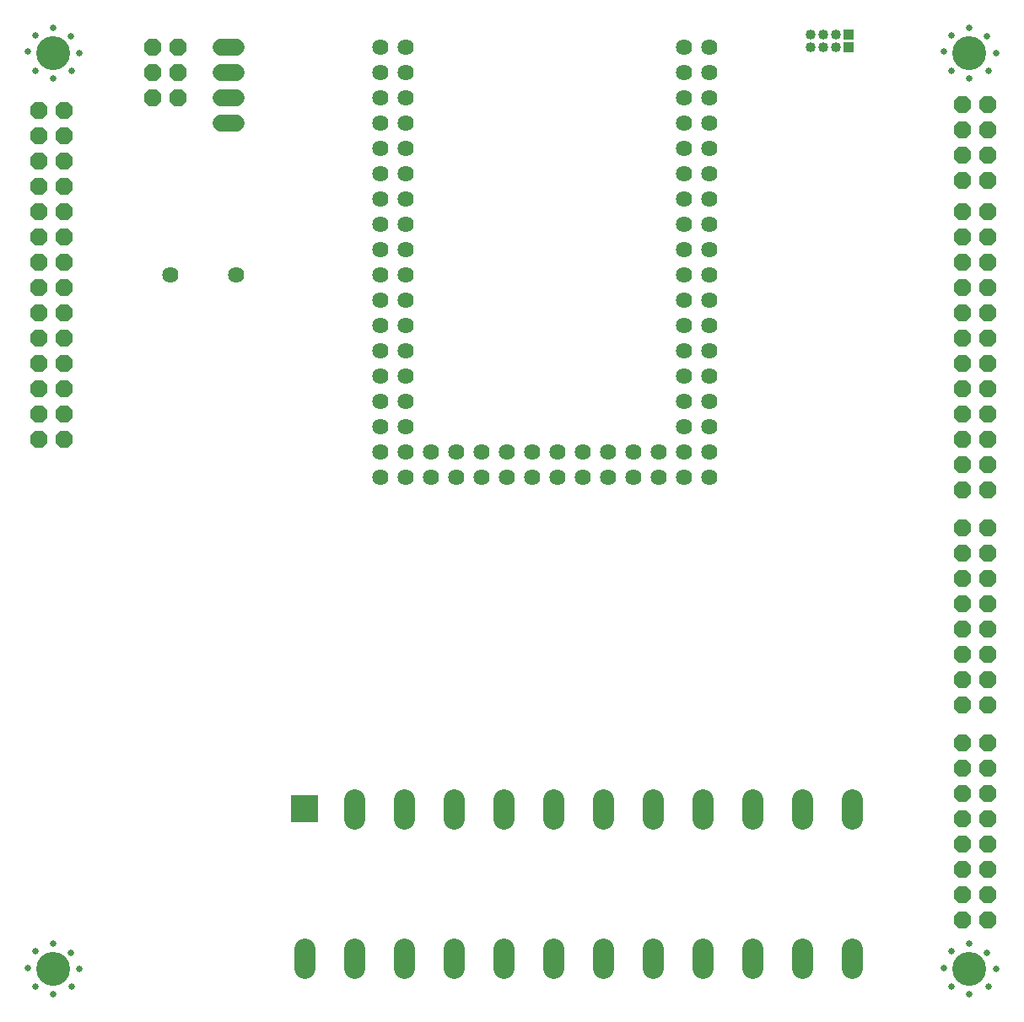
<source format=gbs>
G75*
%MOIN*%
%OFA0B0*%
%FSLAX25Y25*%
%IPPOS*%
%LPD*%
%AMOC8*
5,1,8,0,0,1.08239X$1,22.5*
%
%ADD10C,0.06400*%
%ADD11C,0.04000*%
%ADD12R,0.04000X0.04000*%
%ADD13R,0.10800X0.10800*%
%ADD14C,0.08400*%
%ADD15OC8,0.06800*%
%ADD16C,0.06800*%
%ADD17C,0.13398*%
%ADD18C,0.02600*%
D10*
X0146800Y0211800D03*
X0146800Y0221800D03*
X0146800Y0231800D03*
X0146800Y0241800D03*
X0146800Y0251800D03*
X0146800Y0261800D03*
X0146800Y0271800D03*
X0146800Y0281800D03*
X0146800Y0291800D03*
X0146800Y0301800D03*
X0146800Y0311800D03*
X0146800Y0321800D03*
X0146800Y0331800D03*
X0146800Y0341800D03*
X0146800Y0351800D03*
X0146800Y0361800D03*
X0146800Y0371800D03*
X0146800Y0381800D03*
X0156800Y0381800D03*
X0156800Y0371800D03*
X0156800Y0361800D03*
X0156800Y0351800D03*
X0156800Y0341800D03*
X0156800Y0331800D03*
X0156800Y0321800D03*
X0156800Y0311800D03*
X0156800Y0301800D03*
X0156800Y0291800D03*
X0156800Y0281800D03*
X0156800Y0271800D03*
X0156800Y0261800D03*
X0156800Y0251800D03*
X0156800Y0241800D03*
X0156800Y0231800D03*
X0156800Y0221800D03*
X0156800Y0211800D03*
X0166800Y0211800D03*
X0166800Y0221800D03*
X0176800Y0221800D03*
X0176800Y0211800D03*
X0186800Y0211800D03*
X0186800Y0221800D03*
X0196800Y0221800D03*
X0196800Y0211800D03*
X0206800Y0211800D03*
X0206800Y0221800D03*
X0216800Y0221800D03*
X0216800Y0211800D03*
X0226800Y0211800D03*
X0226800Y0221800D03*
X0236800Y0221800D03*
X0236800Y0211800D03*
X0246800Y0211800D03*
X0246800Y0221800D03*
X0256800Y0221800D03*
X0256800Y0211800D03*
X0266800Y0211800D03*
X0266800Y0221800D03*
X0276800Y0221800D03*
X0276800Y0211800D03*
X0276800Y0231800D03*
X0276800Y0241800D03*
X0266800Y0241800D03*
X0266800Y0231800D03*
X0266800Y0251800D03*
X0266800Y0261800D03*
X0276800Y0261800D03*
X0276800Y0251800D03*
X0276800Y0271800D03*
X0276800Y0281800D03*
X0266800Y0281800D03*
X0266800Y0271800D03*
X0266800Y0291800D03*
X0266800Y0301800D03*
X0276800Y0301800D03*
X0276800Y0291800D03*
X0276800Y0311800D03*
X0276800Y0321800D03*
X0266800Y0321800D03*
X0266800Y0311800D03*
X0266800Y0331800D03*
X0276800Y0331800D03*
X0276800Y0341800D03*
X0276800Y0351800D03*
X0266800Y0351800D03*
X0266800Y0341800D03*
X0266800Y0361800D03*
X0266800Y0371800D03*
X0276800Y0371800D03*
X0276800Y0361800D03*
X0276800Y0381800D03*
X0266800Y0381800D03*
X0089792Y0291800D03*
X0063808Y0291800D03*
D11*
X0316800Y0381800D03*
X0316800Y0386800D03*
X0321800Y0386800D03*
X0321800Y0381800D03*
X0326800Y0381800D03*
X0326800Y0386800D03*
D12*
X0331800Y0386800D03*
X0331800Y0381800D03*
D13*
X0116800Y0080855D03*
D14*
X0136485Y0077055D02*
X0136485Y0084655D01*
X0156170Y0084655D02*
X0156170Y0077055D01*
X0175855Y0077055D02*
X0175855Y0084655D01*
X0195540Y0084655D02*
X0195540Y0077055D01*
X0215225Y0077055D02*
X0215225Y0084655D01*
X0234910Y0084655D02*
X0234910Y0077055D01*
X0254595Y0077055D02*
X0254595Y0084655D01*
X0274280Y0084655D02*
X0274280Y0077055D01*
X0293965Y0077055D02*
X0293965Y0084655D01*
X0313650Y0084655D02*
X0313650Y0077055D01*
X0333335Y0077055D02*
X0333335Y0084655D01*
X0333335Y0025600D02*
X0333335Y0018000D01*
X0313650Y0018000D02*
X0313650Y0025600D01*
X0293965Y0025600D02*
X0293965Y0018000D01*
X0274280Y0018000D02*
X0274280Y0025600D01*
X0254595Y0025600D02*
X0254595Y0018000D01*
X0234910Y0018000D02*
X0234910Y0025600D01*
X0215225Y0025600D02*
X0215225Y0018000D01*
X0195540Y0018000D02*
X0195540Y0025600D01*
X0175855Y0025600D02*
X0175855Y0018000D01*
X0156170Y0018000D02*
X0156170Y0025600D01*
X0136485Y0025600D02*
X0136485Y0018000D01*
X0116800Y0018000D02*
X0116800Y0025600D01*
D15*
X0021800Y0226800D03*
X0021800Y0236800D03*
X0021800Y0246800D03*
X0021800Y0256800D03*
X0021800Y0266800D03*
X0021800Y0276800D03*
X0021800Y0286800D03*
X0021800Y0296800D03*
X0021800Y0306800D03*
X0021800Y0316800D03*
X0021800Y0326800D03*
X0021800Y0336800D03*
X0021800Y0346800D03*
X0021800Y0356800D03*
X0011800Y0356800D03*
X0011800Y0346800D03*
X0011800Y0336800D03*
X0011800Y0326800D03*
X0011800Y0316800D03*
X0011800Y0306800D03*
X0011800Y0296800D03*
X0011800Y0286800D03*
X0011800Y0276800D03*
X0011800Y0266800D03*
X0011800Y0256800D03*
X0011800Y0246800D03*
X0011800Y0236800D03*
X0011800Y0226800D03*
X0056800Y0361800D03*
X0056800Y0371800D03*
X0066800Y0371800D03*
X0066800Y0361800D03*
X0066800Y0381800D03*
X0056800Y0381800D03*
X0376800Y0359300D03*
X0376800Y0349300D03*
X0376800Y0339300D03*
X0376800Y0329300D03*
X0386800Y0329300D03*
X0386800Y0339300D03*
X0386800Y0349300D03*
X0386800Y0359300D03*
X0386800Y0316800D03*
X0386800Y0306800D03*
X0386800Y0296800D03*
X0386800Y0286800D03*
X0386800Y0276800D03*
X0386800Y0266800D03*
X0386800Y0256800D03*
X0386800Y0246800D03*
X0386800Y0236800D03*
X0386800Y0226800D03*
X0386800Y0216800D03*
X0386800Y0206800D03*
X0376800Y0206800D03*
X0376800Y0216800D03*
X0376800Y0226800D03*
X0376800Y0236800D03*
X0376800Y0246800D03*
X0376800Y0256800D03*
X0376800Y0266800D03*
X0376800Y0276800D03*
X0376800Y0286800D03*
X0376800Y0296800D03*
X0376800Y0306800D03*
X0376800Y0316800D03*
X0376800Y0191800D03*
X0376800Y0181800D03*
X0376800Y0171800D03*
X0376800Y0161800D03*
X0376800Y0151800D03*
X0376800Y0141800D03*
X0376800Y0131800D03*
X0376800Y0121800D03*
X0386800Y0121800D03*
X0386800Y0131800D03*
X0386800Y0141800D03*
X0386800Y0151800D03*
X0386800Y0161800D03*
X0386800Y0171800D03*
X0386800Y0181800D03*
X0386800Y0191800D03*
X0386800Y0106800D03*
X0386800Y0096800D03*
X0386800Y0086800D03*
X0386800Y0076800D03*
X0386800Y0066800D03*
X0386800Y0056800D03*
X0386800Y0046800D03*
X0386800Y0036800D03*
X0376800Y0036800D03*
X0376800Y0046800D03*
X0376800Y0056800D03*
X0376800Y0066800D03*
X0376800Y0076800D03*
X0376800Y0086800D03*
X0376800Y0096800D03*
X0376800Y0106800D03*
D16*
X0089800Y0351800D02*
X0083800Y0351800D01*
X0083800Y0361800D02*
X0089800Y0361800D01*
X0089800Y0371800D02*
X0083800Y0371800D01*
X0083800Y0381800D02*
X0089800Y0381800D01*
D17*
X0017548Y0379753D03*
X0379753Y0379753D03*
X0379753Y0017548D03*
X0017548Y0017548D03*
D18*
X0010548Y0010548D03*
X0017548Y0007548D03*
X0025048Y0010548D03*
X0028048Y0017548D03*
X0024548Y0024048D03*
X0017548Y0027548D03*
X0010548Y0024548D03*
X0007548Y0018048D03*
X0017548Y0369753D03*
X0010548Y0372753D03*
X0007548Y0380253D03*
X0010548Y0386753D03*
X0017548Y0389753D03*
X0024548Y0386253D03*
X0028048Y0379753D03*
X0025048Y0372753D03*
X0369753Y0380253D03*
X0372753Y0386753D03*
X0379753Y0389753D03*
X0386753Y0386253D03*
X0390253Y0379753D03*
X0387253Y0372753D03*
X0379753Y0369753D03*
X0372753Y0372753D03*
X0379753Y0027548D03*
X0372753Y0024548D03*
X0369753Y0018048D03*
X0372753Y0010548D03*
X0379753Y0007548D03*
X0387253Y0010548D03*
X0390253Y0017548D03*
X0386753Y0024048D03*
M02*

</source>
